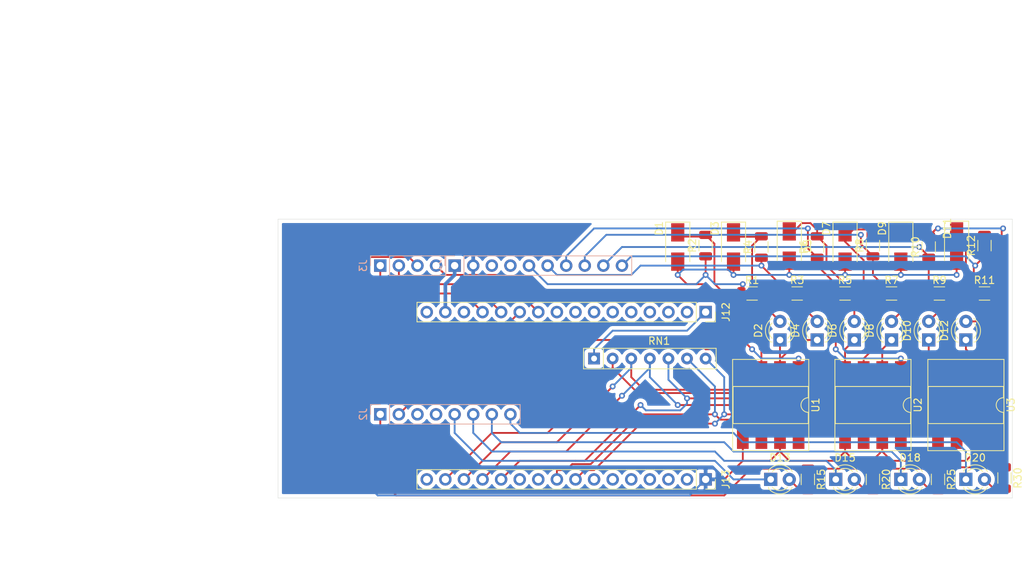
<source format=kicad_pcb>
(kicad_pcb (version 20171130) (host pcbnew "(5.1.10)-1")
  (layers (0 F.Cu signal) (31 B.Cu signal hide) (34 B.Paste user) (35 F.Paste user) (36 B.SilkS user) (37 F.SilkS user) (38 B.Mask user) (39 F.Mask user) (44 Edge.Cuts user))
  (net 0 "")
  (net 1 GND1)
  (net 2 "Net-(D1-Pad1)")
  (net 3 "Net-(D3-Pad1)")
  (net 4 "Net-(D5-Pad1)")
  (net 5 "Net-(D7-Pad1)")
  (net 6 "Net-(D10-Pad2)")
  (net 7 "Net-(D11-Pad1)")
  (net 8 "Net-(D13-Pad1)")
  (net 9 "Net-(D13-Pad2)")
  (net 10 +24V)
  (net 11 "Net-(D15-Pad2)")
  (net 12 "Net-(D15-Pad1)")
  (net 13 "Net-(D18-Pad2)")
  (net 14 "Net-(D20-Pad2)")
  (net 15 +5V)
  (net 16 "Net-(J1-Pad3)")
  (net 17 "Net-(J2-Pad3)")
  (net 18 "Net-(J12-Pad2)")
  (net 19 GND)
  (net 20 "Net-(J12-Pad4)")
  (net 21 "Net-(J12-Pad5)")
  (net 22 "Net-(J12-Pad6)")
  (net 23 "Net-(J12-Pad7)")
  (net 24 "Net-(J12-Pad9)")
  (net 25 "Net-(J12-Pad10)")
  (net 26 "Net-(J12-Pad11)")
  (net 27 "Net-(J12-Pad12)")
  (net 28 "Net-(J12-Pad14)")
  (net 29 "Net-(J13-Pad11)")
  (net 30 "Net-(J13-Pad10)")
  (net 31 "Net-(J13-Pad7)")
  (net 32 "Net-(J13-Pad6)")
  (net 33 +3V3)
  (net 34 "Net-(J13-Pad4)")
  (net 35 "Net-(D18-Pad1)")
  (net 36 "Net-(D20-Pad1)")
  (net 37 "Net-(J1-Pad5)")
  (net 38 "Net-(J1-Pad6)")
  (net 39 "Net-(J1-Pad7)")
  (net 40 "Net-(J1-Pad8)")
  (net 41 "Net-(J1-Pad9)")
  (net 42 "Net-(J1-Pad10)")
  (net 43 "Net-(J1-Pad4)")
  (net 44 "Net-(J2-Pad4)")
  (net 45 "Net-(D2-Pad2)")
  (net 46 "Net-(D4-Pad2)")
  (net 47 "Net-(D6-Pad2)")
  (net 48 "Net-(D8-Pad2)")
  (net 49 "Net-(D9-Pad1)")
  (net 50 "Net-(D12-Pad2)")
  (net 51 "Net-(J12-Pad13)")
  (net 52 "Net-(J12-Pad8)")
  (net 53 "Net-(J12-Pad3)")
  (net 54 "Net-(J13-Pad2)")
  (net 55 "Net-(J13-Pad3)")
  (net 56 "Net-(J13-Pad5)")
  (net 57 IO18)
  (net 58 IO5)
  (net 59 IO4)
  (net 60 IO0)
  (net 61 IO2)
  (net 62 IO15)
  (net 63 "Net-(J13-Pad16)")
  (net 64 "Net-(J12-Pad16)")
  (module Connector_PinSocket_2.54mm:PinSocket_1x16_P2.54mm_Vertical (layer F.Cu) (at 153.67 83.82 270)
    (fp_text reference J13 (at 0 -2.77 90) (layer F.SilkS))
    (fp_text value Conn_01x20_Female)
    (pad 16 thru_hole oval (at 0 38.1 270) (size 1.7 1.7) (drill 1) (layers *.Cu *.Mask) (net 63 "Net-(J13-Pad16)"))
    (pad 15 thru_hole oval (at 0 35.56 270) (size 1.7 1.7) (drill 1) (layers *.Cu *.Mask) (net 62 IO15))
    (pad 14 thru_hole oval (at 0 33.02 270) (size 1.7 1.7) (drill 1) (layers *.Cu *.Mask) (net 61 IO2))
    (pad 13 thru_hole oval (at 0 30.48 270) (size 1.7 1.7) (drill 1) (layers *.Cu *.Mask) (net 60 IO0))
    (pad 12 thru_hole oval (at 0 27.94 270) (size 1.7 1.7) (drill 1) (layers *.Cu *.Mask) (net 59 IO4))
    (pad 11 thru_hole oval (at 0 25.4 270) (size 1.7 1.7) (drill 1) (layers *.Cu *.Mask) (net 29 "Net-(J13-Pad11)"))
    (pad 10 thru_hole oval (at 0 22.86 270) (size 1.7 1.7) (drill 1) (layers *.Cu *.Mask) (net 30 "Net-(J13-Pad10)"))
    (pad 9 thru_hole oval (at 0 20.32 270) (size 1.7 1.7) (drill 1) (layers *.Cu *.Mask) (net 58 IO5))
    (pad 8 thru_hole oval (at 0 17.78 270) (size 1.7 1.7) (drill 1) (layers *.Cu *.Mask) (net 57 IO18))
    (pad 7 thru_hole oval (at 0 15.24 270) (size 1.7 1.7) (drill 1) (layers *.Cu *.Mask) (net 31 "Net-(J13-Pad7)"))
    (pad 6 thru_hole oval (at 0 12.7 270) (size 1.7 1.7) (drill 1) (layers *.Cu *.Mask) (net 32 "Net-(J13-Pad6)"))
    (pad 5 thru_hole oval (at 0 10.16 270) (size 1.7 1.7) (drill 1) (layers *.Cu *.Mask) (net 56 "Net-(J13-Pad5)"))
    (pad 4 thru_hole oval (at 0 7.62 270) (size 1.7 1.7) (drill 1) (layers *.Cu *.Mask) (net 34 "Net-(J13-Pad4)"))
    (pad 3 thru_hole oval (at 0 5.08 270) (size 1.7 1.7) (drill 1) (layers *.Cu *.Mask) (net 55 "Net-(J13-Pad3)"))
    (pad 2 thru_hole oval (at 0 2.54 270) (size 1.7 1.7) (drill 1) (layers *.Cu *.Mask) (net 54 "Net-(J13-Pad2)"))
    (pad 1 thru_hole rect (at 0 0 270) (size 1.7 1.7) (drill 1) (layers *.Cu *.Mask) (net 19 GND))
  )
  (module Connector_PinSocket_2.54mm:PinSocket_1x16_P2.54mm_Vertical (layer F.Cu) (at 153.67 60.96 270)
    (fp_text reference J12 (at 0 -2.77 90) (layer F.SilkS))
    (fp_text value Conn_01x16_Female)
    (pad 16 thru_hole oval (at 0 38.1 270) (size 1.7 1.7) (drill 1) (layers *.Cu *.Mask) (net 64 "Net-(J12-Pad16)"))
    (pad 15 thru_hole oval (at 0 35.56 270) (size 1.7 1.7) (drill 1) (layers *.Cu *.Mask) (net 15 +5V))
    (pad 14 thru_hole oval (at 0 33.02 270) (size 1.7 1.7) (drill 1) (layers *.Cu *.Mask) (net 28 "Net-(J12-Pad14)"))
    (pad 13 thru_hole oval (at 0 30.48 270) (size 1.7 1.7) (drill 1) (layers *.Cu *.Mask) (net 51 "Net-(J12-Pad13)"))
    (pad 12 thru_hole oval (at 0 27.94 270) (size 1.7 1.7) (drill 1) (layers *.Cu *.Mask) (net 27 "Net-(J12-Pad12)"))
    (pad 11 thru_hole oval (at 0 25.4 270) (size 1.7 1.7) (drill 1) (layers *.Cu *.Mask) (net 26 "Net-(J12-Pad11)"))
    (pad 10 thru_hole oval (at 0 22.86 270) (size 1.7 1.7) (drill 1) (layers *.Cu *.Mask) (net 25 "Net-(J12-Pad10)"))
    (pad 9 thru_hole oval (at 0 20.32 270) (size 1.7 1.7) (drill 1) (layers *.Cu *.Mask) (net 24 "Net-(J12-Pad9)"))
    (pad 8 thru_hole oval (at 0 17.78 270) (size 1.7 1.7) (drill 1) (layers *.Cu *.Mask) (net 52 "Net-(J12-Pad8)"))
    (pad 7 thru_hole oval (at 0 15.24 270) (size 1.7 1.7) (drill 1) (layers *.Cu *.Mask) (net 23 "Net-(J12-Pad7)"))
    (pad 6 thru_hole oval (at 0 12.7 270) (size 1.7 1.7) (drill 1) (layers *.Cu *.Mask) (net 22 "Net-(J12-Pad6)"))
    (pad 5 thru_hole oval (at 0 10.16 270) (size 1.7 1.7) (drill 1) (layers *.Cu *.Mask) (net 21 "Net-(J12-Pad5)"))
    (pad 4 thru_hole oval (at 0 7.62 270) (size 1.7 1.7) (drill 1) (layers *.Cu *.Mask) (net 20 "Net-(J12-Pad4)"))
    (pad 3 thru_hole oval (at 0 5.08 270) (size 1.7 1.7) (drill 1) (layers *.Cu *.Mask) (net 53 "Net-(J12-Pad3)"))
    (pad 2 thru_hole oval (at 0 2.54 270) (size 1.7 1.7) (drill 1) (layers *.Cu *.Mask) (net 18 "Net-(J12-Pad2)"))
    (pad 1 thru_hole rect (at 0 0 270) (size 1.7 1.7) (drill 1) (layers *.Cu *.Mask) (net 33 +3V3))
  )
  (module Connector_PinHeader_2.54mm:PinHeader_1x04_P2.54mm_Vertical (layer B.Cu) (at 109.22 54.61 270)
    (fp_text reference J3 (at 0 2.33 90) (layer B.SilkS) (effects (justify mirror)))
    (fp_text value Conn_01x04_Male)
    (pad 4 thru_hole oval (at 0 -7.62 270) (size 1.7 1.7) (drill 1) (layers *.Cu *.Mask) (net 25 "Net-(J12-Pad10)"))
    (pad 3 thru_hole oval (at 0 -5.08 270) (size 1.7 1.7) (drill 1) (layers *.Cu *.Mask) (net 26 "Net-(J12-Pad11)"))
    (pad 2 thru_hole oval (at 0 -2.54 270) (size 1.7 1.7) (drill 1) (layers *.Cu *.Mask) (net 27 "Net-(J12-Pad12)"))
    (pad 1 thru_hole rect (at 0 0 270) (size 1.7 1.7) (drill 1) (layers *.Cu *.Mask) (net 51 "Net-(J12-Pad13)"))
  )
  (module Connector_PinHeader_2.54mm:PinHeader_1x08_P2.54mm_Vertical (layer B.Cu) (at 109.22 74.93 270)
    (fp_text reference J2 (at 0 2.33 90) (layer B.SilkS) (effects (justify mirror)))
    (fp_text value Conn_01x08_Male)
    (pad 8 thru_hole oval (at 0 -17.78 270) (size 1.7 1.7) (drill 1) (layers *.Cu *.Mask) (net 36 "Net-(D20-Pad1)"))
    (pad 7 thru_hole oval (at 0 -15.24 270) (size 1.7 1.7) (drill 1) (layers *.Cu *.Mask) (net 35 "Net-(D18-Pad1)"))
    (pad 6 thru_hole oval (at 0 -12.7 270) (size 1.7 1.7) (drill 1) (layers *.Cu *.Mask) (net 12 "Net-(D15-Pad1)"))
    (pad 5 thru_hole oval (at 0 -10.16 270) (size 1.7 1.7) (drill 1) (layers *.Cu *.Mask) (net 8 "Net-(D13-Pad1)"))
    (pad 4 thru_hole oval (at 0 -7.62 270) (size 1.7 1.7) (drill 1) (layers *.Cu *.Mask) (net 44 "Net-(J2-Pad4)"))
    (pad 3 thru_hole oval (at 0 -5.08 270) (size 1.7 1.7) (drill 1) (layers *.Cu *.Mask) (net 17 "Net-(J2-Pad3)"))
    (pad 2 thru_hole oval (at 0 -2.54 270) (size 1.7 1.7) (drill 1) (layers *.Cu *.Mask) (net 1 GND1))
    (pad 1 thru_hole rect (at 0 0 270) (size 1.7 1.7) (drill 1) (layers *.Cu *.Mask) (net 10 +24V))
  )
  (module Resistor_SMD:R_1206_3216Metric (layer F.Cu) (at 191.77 58.42)
    (fp_text reference R11 (at 0 -1.82) (layer F.SilkS))
    (fp_text value 10k)
    (pad 2 smd roundrect (at 1.4625 0) (size 1.125 1.75) (layers F.Cu F.Paste F.Mask) (roundrect_rratio 0.222222) (net 50 "Net-(D12-Pad2)"))
    (pad 1 smd roundrect (at -1.4625 0) (size 1.125 1.75) (layers F.Cu F.Paste F.Mask) (roundrect_rratio 0.222222) (net 42 "Net-(J1-Pad10)"))
  )
  (module Resistor_SMD:R_1206_3216Metric (layer F.Cu) (at 185.6125 58.42)
    (fp_text reference R9 (at 0 -1.82) (layer F.SilkS))
    (fp_text value 10k)
    (pad 2 smd roundrect (at 1.4625 0) (size 1.125 1.75) (layers F.Cu F.Paste F.Mask) (roundrect_rratio 0.222222) (net 6 "Net-(D10-Pad2)"))
    (pad 1 smd roundrect (at -1.4625 0) (size 1.125 1.75) (layers F.Cu F.Paste F.Mask) (roundrect_rratio 0.222222) (net 41 "Net-(J1-Pad9)"))
  )
  (module Resistor_SMD:R_1206_3216Metric (layer F.Cu) (at 179.07 58.42)
    (fp_text reference R7 (at 0 -1.82) (layer F.SilkS))
    (fp_text value 10k)
    (pad 2 smd roundrect (at 1.4625 0) (size 1.125 1.75) (layers F.Cu F.Paste F.Mask) (roundrect_rratio 0.222222) (net 48 "Net-(D8-Pad2)"))
    (pad 1 smd roundrect (at -1.4625 0) (size 1.125 1.75) (layers F.Cu F.Paste F.Mask) (roundrect_rratio 0.222222) (net 40 "Net-(J1-Pad8)"))
  )
  (module Resistor_SMD:R_1206_3216Metric (layer F.Cu) (at 172.72 58.42)
    (fp_text reference R5 (at 0 -1.82) (layer F.SilkS))
    (fp_text value 10k)
    (pad 2 smd roundrect (at 1.4625 0) (size 1.125 1.75) (layers F.Cu F.Paste F.Mask) (roundrect_rratio 0.222222) (net 47 "Net-(D6-Pad2)"))
    (pad 1 smd roundrect (at -1.4625 0) (size 1.125 1.75) (layers F.Cu F.Paste F.Mask) (roundrect_rratio 0.222222) (net 39 "Net-(J1-Pad7)"))
  )
  (module Resistor_SMD:R_1206_3216Metric (layer F.Cu) (at 166.1775 58.42)
    (fp_text reference R3 (at 0 -1.82) (layer F.SilkS))
    (fp_text value 10k)
    (pad 2 smd roundrect (at 1.4625 0) (size 1.125 1.75) (layers F.Cu F.Paste F.Mask) (roundrect_rratio 0.222222) (net 46 "Net-(D4-Pad2)"))
    (pad 1 smd roundrect (at -1.4625 0) (size 1.125 1.75) (layers F.Cu F.Paste F.Mask) (roundrect_rratio 0.222222) (net 38 "Net-(J1-Pad6)"))
  )
  (module Resistor_SMD:R_1206_3216Metric (layer F.Cu) (at 160.02 58.42)
    (fp_text reference R1 (at 0 -1.82) (layer F.SilkS))
    (fp_text value 10k)
    (pad 2 smd roundrect (at 1.4625 0) (size 1.125 1.75) (layers F.Cu F.Paste F.Mask) (roundrect_rratio 0.222222) (net 45 "Net-(D2-Pad2)"))
    (pad 1 smd roundrect (at -1.4625 0) (size 1.125 1.75) (layers F.Cu F.Paste F.Mask) (roundrect_rratio 0.222222) (net 37 "Net-(J1-Pad5)"))
  )
  (module Package_DIP:DIP-8_W8.89mm_SMDSocket_LongPads (layer F.Cu) (at 189.23 73.66 270)
    (fp_text reference U3 (at 0 -6.14 90) (layer F.SilkS))
    (fp_text value LTV-827)
    (pad 8 smd rect (at 4.445 -3.81 270) (size 3.1 1.6) (layers F.Cu F.Paste F.Mask) (net 61 IO2))
    (pad 4 smd rect (at -4.445 3.81 270) (size 3.1 1.6) (layers F.Cu F.Paste F.Mask) (net 1 GND1))
    (pad 7 smd rect (at 4.445 -1.27 270) (size 3.1 1.6) (layers F.Cu F.Paste F.Mask) (net 19 GND))
    (pad 3 smd rect (at -4.445 1.27 270) (size 3.1 1.6) (layers F.Cu F.Paste F.Mask) (net 7 "Net-(D11-Pad1)"))
    (pad 6 smd rect (at 4.445 1.27 270) (size 3.1 1.6) (layers F.Cu F.Paste F.Mask) (net 62 IO15))
    (pad 2 smd rect (at -4.445 -1.27 270) (size 3.1 1.6) (layers F.Cu F.Paste F.Mask) (net 1 GND1))
    (pad 5 smd rect (at 4.445 3.81 270) (size 3.1 1.6) (layers F.Cu F.Paste F.Mask) (net 19 GND))
    (pad 1 smd rect (at -4.445 -3.81 270) (size 3.1 1.6) (layers F.Cu F.Paste F.Mask) (net 49 "Net-(D9-Pad1)"))
  )
  (module Package_DIP:DIP-8_W8.89mm_SMDSocket_LongPads (layer F.Cu) (at 176.53 73.66 270)
    (fp_text reference U2 (at 0 -6.14 90) (layer F.SilkS))
    (fp_text value LTV-827)
    (pad 8 smd rect (at 4.445 -3.81 270) (size 3.1 1.6) (layers F.Cu F.Paste F.Mask) (net 59 IO4))
    (pad 4 smd rect (at -4.445 3.81 270) (size 3.1 1.6) (layers F.Cu F.Paste F.Mask) (net 1 GND1))
    (pad 7 smd rect (at 4.445 -1.27 270) (size 3.1 1.6) (layers F.Cu F.Paste F.Mask) (net 19 GND))
    (pad 3 smd rect (at -4.445 1.27 270) (size 3.1 1.6) (layers F.Cu F.Paste F.Mask) (net 5 "Net-(D7-Pad1)"))
    (pad 6 smd rect (at 4.445 1.27 270) (size 3.1 1.6) (layers F.Cu F.Paste F.Mask) (net 60 IO0))
    (pad 2 smd rect (at -4.445 -1.27 270) (size 3.1 1.6) (layers F.Cu F.Paste F.Mask) (net 1 GND1))
    (pad 5 smd rect (at 4.445 3.81 270) (size 3.1 1.6) (layers F.Cu F.Paste F.Mask) (net 19 GND))
    (pad 1 smd rect (at -4.445 -3.81 270) (size 3.1 1.6) (layers F.Cu F.Paste F.Mask) (net 4 "Net-(D5-Pad1)"))
  )
  (module Package_DIP:DIP-8_W8.89mm_SMDSocket_LongPads (layer F.Cu) (at 162.56 73.66 270)
    (fp_text reference U1 (at 0 -6.14 90) (layer F.SilkS))
    (fp_text value LTV-827)
    (pad 8 smd rect (at 4.445 -3.81 270) (size 3.1 1.6) (layers F.Cu F.Paste F.Mask) (net 57 IO18))
    (pad 4 smd rect (at -4.445 3.81 270) (size 3.1 1.6) (layers F.Cu F.Paste F.Mask) (net 1 GND1))
    (pad 7 smd rect (at 4.445 -1.27 270) (size 3.1 1.6) (layers F.Cu F.Paste F.Mask) (net 19 GND))
    (pad 3 smd rect (at -4.445 1.27 270) (size 3.1 1.6) (layers F.Cu F.Paste F.Mask) (net 3 "Net-(D3-Pad1)"))
    (pad 6 smd rect (at 4.445 1.27 270) (size 3.1 1.6) (layers F.Cu F.Paste F.Mask) (net 58 IO5))
    (pad 2 smd rect (at -4.445 -1.27 270) (size 3.1 1.6) (layers F.Cu F.Paste F.Mask) (net 1 GND1))
    (pad 5 smd rect (at 4.445 3.81 270) (size 3.1 1.6) (layers F.Cu F.Paste F.Mask) (net 19 GND))
    (pad 1 smd rect (at -4.445 -3.81 270) (size 3.1 1.6) (layers F.Cu F.Paste F.Mask) (net 2 "Net-(D1-Pad1)"))
  )
  (module LED_THT:LED_D3.0mm (layer F.Cu) (at 189.23 83.82)
    (fp_text reference D20 (at 1.27 -2.96) (layer F.SilkS))
    (fp_text value LED)
    (pad 2 thru_hole circle (at 2.54 0) (size 1.8 1.8) (drill 0.9) (layers *.Cu *.Mask) (net 14 "Net-(D20-Pad2)"))
    (pad 1 thru_hole rect (at 0 0) (size 1.8 1.8) (drill 0.9) (layers *.Cu *.Mask) (net 36 "Net-(D20-Pad1)"))
  )
  (module LED_THT:LED_D3.0mm (layer F.Cu) (at 180.34 83.82)
    (fp_text reference D18 (at 1.27 -2.96) (layer F.SilkS))
    (fp_text value LED)
    (pad 2 thru_hole circle (at 2.54 0) (size 1.8 1.8) (drill 0.9) (layers *.Cu *.Mask) (net 13 "Net-(D18-Pad2)"))
    (pad 1 thru_hole rect (at 0 0) (size 1.8 1.8) (drill 0.9) (layers *.Cu *.Mask) (net 35 "Net-(D18-Pad1)"))
  )
  (module LED_THT:LED_D3.0mm (layer F.Cu) (at 171.45 83.82)
    (fp_text reference D15 (at 1.27 -2.96) (layer F.SilkS))
    (fp_text value LED)
    (pad 2 thru_hole circle (at 2.54 0) (size 1.8 1.8) (drill 0.9) (layers *.Cu *.Mask) (net 11 "Net-(D15-Pad2)"))
    (pad 1 thru_hole rect (at 0 0) (size 1.8 1.8) (drill 0.9) (layers *.Cu *.Mask) (net 12 "Net-(D15-Pad1)"))
  )
  (module LED_THT:LED_D3.0mm (layer F.Cu) (at 162.56 83.82)
    (fp_text reference D13 (at 1.27 -2.96) (layer F.SilkS))
    (fp_text value LED)
    (pad 2 thru_hole circle (at 2.54 0) (size 1.8 1.8) (drill 0.9) (layers *.Cu *.Mask) (net 9 "Net-(D13-Pad2)"))
    (pad 1 thru_hole rect (at 0 0) (size 1.8 1.8) (drill 0.9) (layers *.Cu *.Mask) (net 8 "Net-(D13-Pad1)"))
  )
  (module LED_THT:LED_D3.0mm (layer F.Cu) (at 189.23 64.77 90)
    (fp_text reference D12 (at 1.27 -2.96 90) (layer F.SilkS))
    (fp_text value LED)
    (pad 2 thru_hole circle (at 2.54 0 90) (size 1.8 1.8) (drill 0.9) (layers *.Cu *.Mask) (net 50 "Net-(D12-Pad2)"))
    (pad 1 thru_hole rect (at 0 0 90) (size 1.8 1.8) (drill 0.9) (layers *.Cu *.Mask) (net 1 GND1))
  )
  (module LED_THT:LED_D3.0mm (layer F.Cu) (at 184.15 64.77 90)
    (fp_text reference D10 (at 1.27 -2.96 90) (layer F.SilkS))
    (fp_text value LED)
    (pad 2 thru_hole circle (at 2.54 0 90) (size 1.8 1.8) (drill 0.9) (layers *.Cu *.Mask) (net 6 "Net-(D10-Pad2)"))
    (pad 1 thru_hole rect (at 0 0 90) (size 1.8 1.8) (drill 0.9) (layers *.Cu *.Mask) (net 1 GND1))
  )
  (module LED_THT:LED_D3.0mm (layer F.Cu) (at 179.07 64.77 90)
    (fp_text reference D8 (at 1.27 -2.96 90) (layer F.SilkS))
    (fp_text value LED)
    (pad 2 thru_hole circle (at 2.54 0 90) (size 1.8 1.8) (drill 0.9) (layers *.Cu *.Mask) (net 48 "Net-(D8-Pad2)"))
    (pad 1 thru_hole rect (at 0 0 90) (size 1.8 1.8) (drill 0.9) (layers *.Cu *.Mask) (net 1 GND1))
  )
  (module LED_THT:LED_D3.0mm (layer F.Cu) (at 173.99 64.77 90)
    (fp_text reference D6 (at 1.27 -2.96 90) (layer F.SilkS))
    (fp_text value LED)
    (pad 2 thru_hole circle (at 2.54 0 90) (size 1.8 1.8) (drill 0.9) (layers *.Cu *.Mask) (net 47 "Net-(D6-Pad2)"))
    (pad 1 thru_hole rect (at 0 0 90) (size 1.8 1.8) (drill 0.9) (layers *.Cu *.Mask) (net 1 GND1))
  )
  (module LED_THT:LED_D3.0mm (layer F.Cu) (at 168.91 64.77 90)
    (fp_text reference D4 (at 1.27 -2.96 90) (layer F.SilkS))
    (fp_text value LED)
    (pad 2 thru_hole circle (at 2.54 0 90) (size 1.8 1.8) (drill 0.9) (layers *.Cu *.Mask) (net 46 "Net-(D4-Pad2)"))
    (pad 1 thru_hole rect (at 0 0 90) (size 1.8 1.8) (drill 0.9) (layers *.Cu *.Mask) (net 1 GND1))
  )
  (module LED_THT:LED_D3.0mm (layer F.Cu) (at 163.83 64.77 90)
    (fp_text reference D2 (at 1.27 -2.96 90) (layer F.SilkS))
    (fp_text value LED)
    (pad 2 thru_hole circle (at 2.54 0 90) (size 1.8 1.8) (drill 0.9) (layers *.Cu *.Mask) (net 45 "Net-(D2-Pad2)"))
    (pad 1 thru_hole rect (at 0 0 90) (size 1.8 1.8) (drill 0.9) (layers *.Cu *.Mask) (net 1 GND1))
  )
  (module Connector_PinHeader_2.54mm:PinHeader_1x10_P2.54mm_Vertical (layer B.Cu) (at 119.38 54.61 270)
    (fp_text reference J1 (at 0 2.33 270) (layer B.SilkS) (effects (justify mirror)))
    (fp_text value Conn_01x10_Male)
    (pad 10 thru_hole oval (at 0 -22.86 270) (size 1.7 1.7) (drill 1) (layers *.Cu *.Mask) (net 42 "Net-(J1-Pad10)"))
    (pad 9 thru_hole oval (at 0 -20.32 270) (size 1.7 1.7) (drill 1) (layers *.Cu *.Mask) (net 41 "Net-(J1-Pad9)"))
    (pad 8 thru_hole oval (at 0 -17.78 270) (size 1.7 1.7) (drill 1) (layers *.Cu *.Mask) (net 40 "Net-(J1-Pad8)"))
    (pad 7 thru_hole oval (at 0 -15.24 270) (size 1.7 1.7) (drill 1) (layers *.Cu *.Mask) (net 39 "Net-(J1-Pad7)"))
    (pad 6 thru_hole oval (at 0 -12.7 270) (size 1.7 1.7) (drill 1) (layers *.Cu *.Mask) (net 38 "Net-(J1-Pad6)"))
    (pad 5 thru_hole oval (at 0 -10.16 270) (size 1.7 1.7) (drill 1) (layers *.Cu *.Mask) (net 37 "Net-(J1-Pad5)"))
    (pad 4 thru_hole oval (at 0 -7.62 270) (size 1.7 1.7) (drill 1) (layers *.Cu *.Mask) (net 43 "Net-(J1-Pad4)"))
    (pad 3 thru_hole oval (at 0 -5.08 270) (size 1.7 1.7) (drill 1) (layers *.Cu *.Mask) (net 16 "Net-(J1-Pad3)"))
    (pad 2 thru_hole oval (at 0 -2.54 270) (size 1.7 1.7) (drill 1) (layers *.Cu *.Mask) (net 19 GND))
    (pad 1 thru_hole rect (at 0 0 270) (size 1.7 1.7) (drill 1) (layers *.Cu *.Mask) (net 15 +5V))
  )
  (module Resistor_SMD:R_1206_3216Metric (layer F.Cu) (at 194.5025 83.6275 270)
    (fp_text reference R30 (at 0 -1.82 90) (layer F.SilkS))
    (fp_text value 10k)
    (pad 2 smd roundrect (at 1.4625 0 270) (size 1.125 1.75) (layers F.Cu F.Paste F.Mask) (roundrect_rratio 0.222222) (net 14 "Net-(D20-Pad2)"))
    (pad 1 smd roundrect (at -1.4625 0 270) (size 1.125 1.75) (layers F.Cu F.Paste F.Mask) (roundrect_rratio 0.222222) (net 10 +24V))
  )
  (module Resistor_SMD:R_1206_3216Metric (layer F.Cu) (at 185.42 83.82 270)
    (fp_text reference R25 (at 0 -1.82 90) (layer F.SilkS))
    (fp_text value 10k)
    (pad 2 smd roundrect (at 1.4625 0 270) (size 1.125 1.75) (layers F.Cu F.Paste F.Mask) (roundrect_rratio 0.222222) (net 13 "Net-(D18-Pad2)"))
    (pad 1 smd roundrect (at -1.4625 0 270) (size 1.125 1.75) (layers F.Cu F.Paste F.Mask) (roundrect_rratio 0.222222) (net 10 +24V))
  )
  (module Resistor_SMD:R_1206_3216Metric (layer F.Cu) (at 176.53 83.82 270)
    (fp_text reference R20 (at 0 -1.82 90) (layer F.SilkS))
    (fp_text value 10k)
    (pad 2 smd roundrect (at 1.4625 0 270) (size 1.125 1.75) (layers F.Cu F.Paste F.Mask) (roundrect_rratio 0.222222) (net 11 "Net-(D15-Pad2)"))
    (pad 1 smd roundrect (at -1.4625 0 270) (size 1.125 1.75) (layers F.Cu F.Paste F.Mask) (roundrect_rratio 0.222222) (net 10 +24V))
  )
  (module Resistor_SMD:R_1206_3216Metric (layer F.Cu) (at 167.64 83.82 270)
    (fp_text reference R15 (at 0 -1.82 90) (layer F.SilkS))
    (fp_text value 10k)
    (pad 2 smd roundrect (at 1.4625 0 270) (size 1.125 1.75) (layers F.Cu F.Paste F.Mask) (roundrect_rratio 0.222222) (net 9 "Net-(D13-Pad2)"))
    (pad 1 smd roundrect (at -1.4625 0 270) (size 1.125 1.75) (layers F.Cu F.Paste F.Mask) (roundrect_rratio 0.222222) (net 10 +24V))
  )
  (module Resistor_SMD:R_1206_3216Metric (layer F.Cu) (at 191.77 51.8775 90)
    (fp_text reference R12 (at 0 -1.82 90) (layer F.SilkS))
    (fp_text value 10k)
    (pad 2 smd roundrect (at 1.4625 0 90) (size 1.125 1.75) (layers F.Cu F.Paste F.Mask) (roundrect_rratio 0.222222) (net 7 "Net-(D11-Pad1)"))
    (pad 1 smd roundrect (at -1.4625 0 90) (size 1.125 1.75) (layers F.Cu F.Paste F.Mask) (roundrect_rratio 0.222222) (net 42 "Net-(J1-Pad10)"))
  )
  (module Resistor_SMD:R_1206_3216Metric (layer F.Cu) (at 184.15 52.07 90)
    (fp_text reference R10 (at 0 -1.82 90) (layer F.SilkS))
    (fp_text value 10k)
    (pad 2 smd roundrect (at 1.4625 0 90) (size 1.125 1.75) (layers F.Cu F.Paste F.Mask) (roundrect_rratio 0.222222) (net 49 "Net-(D9-Pad1)"))
    (pad 1 smd roundrect (at -1.4625 0 90) (size 1.125 1.75) (layers F.Cu F.Paste F.Mask) (roundrect_rratio 0.222222) (net 41 "Net-(J1-Pad9)"))
  )
  (module Resistor_SMD:R_1206_3216Metric (layer F.Cu) (at 176.53 51.8775 90)
    (fp_text reference R8 (at 0 -1.82 90) (layer F.SilkS))
    (fp_text value 10k)
    (pad 2 smd roundrect (at 1.4625 0 90) (size 1.125 1.75) (layers F.Cu F.Paste F.Mask) (roundrect_rratio 0.222222) (net 5 "Net-(D7-Pad1)"))
    (pad 1 smd roundrect (at -1.4625 0 90) (size 1.125 1.75) (layers F.Cu F.Paste F.Mask) (roundrect_rratio 0.222222) (net 40 "Net-(J1-Pad8)"))
  )
  (module Resistor_SMD:R_1206_3216Metric (layer F.Cu) (at 168.91 52.07 90)
    (fp_text reference R6 (at 0 -1.82 90) (layer F.SilkS))
    (fp_text value 10k)
    (pad 2 smd roundrect (at 1.4625 0 90) (size 1.125 1.75) (layers F.Cu F.Paste F.Mask) (roundrect_rratio 0.222222) (net 4 "Net-(D5-Pad1)"))
    (pad 1 smd roundrect (at -1.4625 0 90) (size 1.125 1.75) (layers F.Cu F.Paste F.Mask) (roundrect_rratio 0.222222) (net 39 "Net-(J1-Pad7)"))
  )
  (module Resistor_SMD:R_1206_3216Metric (layer F.Cu) (at 161.29 52.07 90)
    (fp_text reference R4 (at 0 -1.82 90) (layer F.SilkS))
    (fp_text value 10k)
    (pad 2 smd roundrect (at 1.4625 0 90) (size 1.125 1.75) (layers F.Cu F.Paste F.Mask) (roundrect_rratio 0.222222) (net 3 "Net-(D3-Pad1)"))
    (pad 1 smd roundrect (at -1.4625 0 90) (size 1.125 1.75) (layers F.Cu F.Paste F.Mask) (roundrect_rratio 0.222222) (net 38 "Net-(J1-Pad6)"))
  )
  (module Resistor_SMD:R_1206_3216Metric (layer F.Cu) (at 153.67 51.8775 90)
    (fp_text reference R2 (at 0 -1.82 90) (layer F.SilkS))
    (fp_text value 10k)
    (pad 2 smd roundrect (at 1.4625 0 90) (size 1.125 1.75) (layers F.Cu F.Paste F.Mask) (roundrect_rratio 0.222222) (net 2 "Net-(D1-Pad1)"))
    (pad 1 smd roundrect (at -1.4625 0 90) (size 1.125 1.75) (layers F.Cu F.Paste F.Mask) (roundrect_rratio 0.222222) (net 37 "Net-(J1-Pad5)"))
  )
  (module Resistor_THT:R_Array_SIP7 (layer F.Cu) (at 138.43 67.31)
    (fp_text reference RN1 (at 8.89 -2.4) (layer F.SilkS))
    (fp_text value 10K)
    (pad 1 thru_hole rect (at 0 0) (size 1.6 1.6) (drill 0.8) (layers *.Cu *.Mask) (net 33 +3V3))
    (pad 2 thru_hole oval (at 2.54 0) (size 1.6 1.6) (drill 0.8) (layers *.Cu *.Mask) (net 62 IO15))
    (pad 3 thru_hole oval (at 5.08 0) (size 1.6 1.6) (drill 0.8) (layers *.Cu *.Mask) (net 61 IO2))
    (pad 4 thru_hole oval (at 7.62 0) (size 1.6 1.6) (drill 0.8) (layers *.Cu *.Mask) (net 60 IO0))
    (pad 5 thru_hole oval (at 10.16 0) (size 1.6 1.6) (drill 0.8) (layers *.Cu *.Mask) (net 59 IO4))
    (pad 6 thru_hole oval (at 12.7 0) (size 1.6 1.6) (drill 0.8) (layers *.Cu *.Mask) (net 58 IO5))
    (pad 7 thru_hole oval (at 15.24 0) (size 1.6 1.6) (drill 0.8) (layers *.Cu *.Mask) (net 57 IO18))
  )
  (module Diode_SMD:D_SMA (layer F.Cu) (at 149.86 52.07 270)
    (fp_text reference D1 (at -2.54 2.54 90) (layer F.SilkS))
    (fp_text value 1N4004)
    (pad 2 smd rect (at 2 0 270) (size 2.5 1.8) (layers F.Cu F.Paste F.Mask) (net 1 GND1))
    (pad 1 smd rect (at -2 0 270) (size 2.5 1.8) (layers F.Cu F.Paste F.Mask) (net 2 "Net-(D1-Pad1)"))
  )
  (module Diode_SMD:D_SMA (layer F.Cu) (at 157.48 52.07 270)
    (fp_text reference D3 (at -2.54 2.54 90) (layer F.SilkS))
    (fp_text value 1N4004)
    (pad 1 smd rect (at -2 0 270) (size 2.5 1.8) (layers F.Cu F.Paste F.Mask) (net 3 "Net-(D3-Pad1)"))
    (pad 2 smd rect (at 2 0 270) (size 2.5 1.8) (layers F.Cu F.Paste F.Mask) (net 1 GND1))
  )
  (module Diode_SMD:D_SMA (layer F.Cu) (at 165.1 51.94 270)
    (fp_text reference D5 (at 0 -2.5 90) (layer F.SilkS))
    (fp_text value 1N4004)
    (pad 2 smd rect (at 2 0 270) (size 2.5 1.8) (layers F.Cu F.Paste F.Mask) (net 1 GND1))
    (pad 1 smd rect (at -2 0 270) (size 2.5 1.8) (layers F.Cu F.Paste F.Mask) (net 4 "Net-(D5-Pad1)"))
  )
  (module Diode_SMD:D_SMA (layer F.Cu) (at 172.72 52.07 270)
    (fp_text reference D7 (at -2.54 2.54 90) (layer F.SilkS))
    (fp_text value 1N4004)
    (pad 1 smd rect (at -2 0 270) (size 2.5 1.8) (layers F.Cu F.Paste F.Mask) (net 5 "Net-(D7-Pad1)"))
    (pad 2 smd rect (at 2 0 270) (size 2.5 1.8) (layers F.Cu F.Paste F.Mask) (net 1 GND1))
  )
  (module Diode_SMD:D_SMA (layer F.Cu) (at 180.34 52.07 270)
    (fp_text reference D9 (at -2.54 2.54 90) (layer F.SilkS))
    (fp_text value 1N4004)
    (pad 1 smd rect (at -2 0 270) (size 2.5 1.8) (layers F.Cu F.Paste F.Mask) (net 49 "Net-(D9-Pad1)"))
    (pad 2 smd rect (at 2 0 270) (size 2.5 1.8) (layers F.Cu F.Paste F.Mask) (net 1 GND1))
  )
  (module Diode_SMD:D_SMA (layer F.Cu) (at 187.96 51.94 270)
    (fp_text reference D11 (at -2.41 1.27 90) (layer F.SilkS))
    (fp_text value 1N4004)
    (pad 2 smd rect (at 2 0 270) (size 2.5 1.8) (layers F.Cu F.Paste F.Mask) (net 1 GND1))
    (pad 1 smd rect (at -2 0 270) (size 2.5 1.8) (layers F.Cu F.Paste F.Mask) (net 7 "Net-(D11-Pad1)"))
  )
  (gr_line (start 189.23 48.26) (end 195.58 48.26) (layer Edge.Cuts) (width 0.05))
  (gr_line (start 95.25 86.36) (end 195.58 86.36) (layer Edge.Cuts) (width 0.05))
  (gr_line (start 95.25 86.36) (end 95.25 48.26) (layer Edge.Cuts) (width 0.05))
  (gr_line (start 195.58 48.26) (end 195.58 86.36) (layer Edge.Cuts) (width 0.05))
  (gr_line (start 95.25 48.26) (end 189.23 48.26) (layer Edge.Cuts) (width 0.05))
  (segment (start 177.8 69.215) (end 177.8 69.85) (width 0.25) (layer F.Cu) (net 1))
  (segment (start 163.83 69.215) (end 163.83 68.58) (width 0.25) (layer F.Cu) (net 1))
  (segment (start 149.86 53.495) (end 149.86 53.34) (width 0.25) (layer F.Cu) (net 1))
  (segment (start 157.48 53.34) (end 157.48 53.47) (width 0.25) (layer F.Cu) (net 1))
  (segment (start 172.72 53.47) (end 172.72 53.34) (width 0.25) (layer F.Cu) (net 1))
  (segment (start 180.34 53.47) (end 180.34 53.34) (width 0.25) (layer F.Cu) (net 1))
  (segment (start 158.75 69.215) (end 158.75 69.85) (width 0.25) (layer F.Cu) (net 1))
  (segment (start 158.75 69.85) (end 160.02 71.12) (width 0.25) (layer F.Cu) (net 1))
  (segment (start 163.725 71.12) (end 163.83 71.015) (width 0.25) (layer F.Cu) (net 1))
  (segment (start 160.02 71.12) (end 163.725 71.12) (width 0.25) (layer F.Cu) (net 1))
  (segment (start 163.83 69.215) (end 163.83 71.015) (width 0.25) (layer F.Cu) (net 1))
  (segment (start 163.83 69.215) (end 163.83 71.12) (width 0.25) (layer F.Cu) (net 1))
  (segment (start 163.83 71.12) (end 172.72 71.12) (width 0.25) (layer F.Cu) (net 1))
  (segment (start 172.72 69.215) (end 172.72 71.12) (width 0.25) (layer F.Cu) (net 1))
  (segment (start 172.72 71.12) (end 177.8 71.12) (width 0.25) (layer F.Cu) (net 1))
  (segment (start 177.8 69.215) (end 177.8 71.12) (width 0.25) (layer F.Cu) (net 1))
  (segment (start 177.8 71.12) (end 185.42 71.12) (width 0.25) (layer F.Cu) (net 1))
  (segment (start 185.42 69.215) (end 185.42 71.12) (width 0.25) (layer F.Cu) (net 1))
  (segment (start 185.42 71.12) (end 190.5 71.12) (width 0.25) (layer F.Cu) (net 1))
  (segment (start 190.5 71.12) (end 190.5 69.215) (width 0.25) (layer F.Cu) (net 1))
  (segment (start 111.76 74.93) (end 121.92 64.77) (width 0.25) (layer F.Cu) (net 1))
  (segment (start 121.92 64.77) (end 152.4 64.77) (width 0.25) (layer F.Cu) (net 1))
  (segment (start 152.4 64.77) (end 153.67 66.04) (width 0.25) (layer F.Cu) (net 1))
  (segment (start 153.67 66.04) (end 156.21 66.04) (width 0.25) (layer F.Cu) (net 1))
  (segment (start 156.21 66.04) (end 156.21 66.675) (width 0.25) (layer F.Cu) (net 1))
  (via (at 149.86 55.88) (size 0.8) (drill 0.4) (layers F.Cu B.Cu) (net 1))
  (segment (start 149.86 53.495) (end 149.86 55.88) (width 0.25) (layer F.Cu) (net 1))
  (via (at 157.48 55.88) (size 0.8) (drill 0.4) (layers F.Cu B.Cu) (net 1))
  (segment (start 156.754999 55.154999) (end 157.48 55.88) (width 0.25) (layer B.Cu) (net 1))
  (segment (start 150.585001 55.154999) (end 156.754999 55.154999) (width 0.25) (layer B.Cu) (net 1))
  (segment (start 149.86 55.88) (end 150.585001 55.154999) (width 0.25) (layer B.Cu) (net 1))
  (segment (start 157.48 55.88) (end 157.48 53.47) (width 0.25) (layer F.Cu) (net 1))
  (via (at 165.1 55.88) (size 0.8) (drill 0.4) (layers F.Cu B.Cu) (net 1))
  (segment (start 157.48 55.88) (end 165.1 55.88) (width 0.25) (layer B.Cu) (net 1))
  (segment (start 165.1 55.88) (end 165.1 53.34) (width 0.25) (layer F.Cu) (net 1))
  (via (at 172.72 55.88) (size 0.8) (drill 0.4) (layers F.Cu B.Cu) (net 1))
  (segment (start 165.1 55.88) (end 172.72 55.88) (width 0.25) (layer B.Cu) (net 1))
  (segment (start 172.72 55.88) (end 172.72 53.47) (width 0.25) (layer F.Cu) (net 1))
  (via (at 180.34 55.88) (size 0.8) (drill 0.4) (layers F.Cu B.Cu) (net 1))
  (segment (start 172.72 55.88) (end 180.34 55.88) (width 0.25) (layer B.Cu) (net 1))
  (segment (start 180.34 55.88) (end 180.34 53.47) (width 0.25) (layer F.Cu) (net 1))
  (via (at 187.96 55.88) (size 0.8) (drill 0.4) (layers F.Cu B.Cu) (net 1))
  (segment (start 180.34 55.88) (end 187.96 55.88) (width 0.25) (layer B.Cu) (net 1))
  (segment (start 187.96 55.88) (end 187.96 53.34) (width 0.25) (layer F.Cu) (net 1))
  (segment (start 185.42 69.215) (end 185.42 68.58) (width 0.25) (layer F.Cu) (net 1))
  (segment (start 184.15 67.31) (end 184.15 64.77) (width 0.25) (layer F.Cu) (net 1))
  (segment (start 185.42 68.58) (end 184.15 67.31) (width 0.25) (layer F.Cu) (net 1))
  (segment (start 190.5 69.215) (end 190.5 67.31) (width 0.25) (layer F.Cu) (net 1))
  (segment (start 189.23 66.04) (end 189.23 64.77) (width 0.25) (layer F.Cu) (net 1))
  (segment (start 190.5 67.31) (end 189.23 66.04) (width 0.25) (layer F.Cu) (net 1))
  (segment (start 177.8 66.04) (end 179.07 64.77) (width 0.25) (layer F.Cu) (net 1))
  (segment (start 177.8 69.215) (end 177.8 66.04) (width 0.25) (layer F.Cu) (net 1))
  (segment (start 172.72 66.04) (end 173.99 64.77) (width 0.25) (layer F.Cu) (net 1))
  (segment (start 172.72 69.215) (end 172.72 66.04) (width 0.25) (layer F.Cu) (net 1))
  (segment (start 166.475 64.77) (end 168.91 64.77) (width 0.25) (layer F.Cu) (net 1))
  (segment (start 163.83 67.415) (end 166.475 64.77) (width 0.25) (layer F.Cu) (net 1))
  (segment (start 163.83 69.215) (end 163.83 67.415) (width 0.25) (layer F.Cu) (net 1))
  (segment (start 163.83 69.215) (end 163.83 64.77) (width 0.25) (layer F.Cu) (net 1))
  (segment (start 158.75 69.215) (end 156.21 66.675) (width 0.25) (layer F.Cu) (net 1))
  (segment (start 158.75 69.215) (end 158.75 66.04) (width 0.25) (layer F.Cu) (net 1))
  (segment (start 158.75 66.04) (end 156.21 63.5) (width 0.25) (layer F.Cu) (net 1))
  (segment (start 156.21 63.5) (end 156.21 59.69) (width 0.25) (layer F.Cu) (net 1))
  (segment (start 156.21 59.69) (end 153.67 57.15) (width 0.25) (layer F.Cu) (net 1))
  (segment (start 151.13 57.15) (end 149.86 55.88) (width 0.25) (layer F.Cu) (net 1))
  (segment (start 153.67 57.15) (end 151.13 57.15) (width 0.25) (layer F.Cu) (net 1))
  (segment (start 149.86 50.645) (end 149.86 50.8) (width 0.25) (layer F.Cu) (net 2))
  (segment (start 153.44 50.645) (end 153.67 50.415) (width 0.25) (layer F.Cu) (net 2))
  (segment (start 149.86 50.645) (end 153.44 50.645) (width 0.25) (layer F.Cu) (net 2))
  (via (at 166.37 67.31) (size 0.8) (drill 0.4) (layers F.Cu B.Cu) (net 2))
  (segment (start 166.37 69.215) (end 166.37 67.31) (width 0.25) (layer F.Cu) (net 2))
  (via (at 160.02 66.04) (size 0.8) (drill 0.4) (layers F.Cu B.Cu) (net 2))
  (segment (start 161.29 67.31) (end 160.02 66.04) (width 0.25) (layer B.Cu) (net 2))
  (segment (start 166.37 67.31) (end 161.29 67.31) (width 0.25) (layer B.Cu) (net 2))
  (segment (start 160.02 66.04) (end 158.75 64.77) (width 0.25) (layer F.Cu) (net 2))
  (segment (start 158.75 64.77) (end 158.75 60.96) (width 0.25) (layer F.Cu) (net 2))
  (segment (start 154.87001 51.61501) (end 153.67 50.415) (width 0.25) (layer F.Cu) (net 2))
  (segment (start 154.87001 57.08001) (end 154.87001 51.61501) (width 0.25) (layer F.Cu) (net 2))
  (segment (start 158.75 60.96) (end 154.87001 57.08001) (width 0.25) (layer F.Cu) (net 2))
  (segment (start 161.29 69.215) (end 161.29 68.58) (width 0.25) (layer F.Cu) (net 3))
  (segment (start 161.2275 50.67) (end 161.29 50.6075) (width 0.25) (layer F.Cu) (net 3))
  (segment (start 157.48 50.67) (end 161.2275 50.67) (width 0.25) (layer F.Cu) (net 3))
  (segment (start 161.29 69.215) (end 161.29 62.23) (width 0.25) (layer F.Cu) (net 3))
  (segment (start 161.29 62.23) (end 160.02 60.96) (width 0.25) (layer F.Cu) (net 3))
  (segment (start 160.02 51.8775) (end 161.29 50.6075) (width 0.25) (layer F.Cu) (net 3))
  (segment (start 160.02 60.96) (end 160.02 51.8775) (width 0.25) (layer F.Cu) (net 3))
  (segment (start 168.8425 50.54) (end 168.91 50.6075) (width 0.25) (layer F.Cu) (net 4))
  (segment (start 168.91 49.726998) (end 168.91 50.6075) (width 0.25) (layer F.Cu) (net 4))
  (segment (start 167.988001 48.804999) (end 168.91 49.726998) (width 0.25) (layer F.Cu) (net 4))
  (segment (start 166.835001 48.804999) (end 167.988001 48.804999) (width 0.25) (layer F.Cu) (net 4))
  (segment (start 165.1 50.54) (end 166.835001 48.804999) (width 0.25) (layer F.Cu) (net 4))
  (via (at 180.34 67.31) (size 0.8) (drill 0.4) (layers F.Cu B.Cu) (net 4))
  (segment (start 180.34 69.215) (end 180.34 67.31) (width 0.25) (layer F.Cu) (net 4))
  (via (at 171.45 66.04) (size 0.8) (drill 0.4) (layers F.Cu B.Cu) (net 4))
  (segment (start 172.72 67.31) (end 171.45 66.04) (width 0.25) (layer B.Cu) (net 4))
  (segment (start 180.34 67.31) (end 172.72 67.31) (width 0.25) (layer B.Cu) (net 4))
  (segment (start 170.18 51.8775) (end 168.91 50.6075) (width 0.25) (layer F.Cu) (net 4))
  (segment (start 170.18 54.61) (end 170.18 51.8775) (width 0.25) (layer F.Cu) (net 4))
  (segment (start 172.72 57.15) (end 170.18 54.61) (width 0.25) (layer F.Cu) (net 4))
  (segment (start 172.72 59.69) (end 172.72 57.15) (width 0.25) (layer F.Cu) (net 4))
  (segment (start 171.45 60.96) (end 172.72 59.69) (width 0.25) (layer F.Cu) (net 4))
  (segment (start 171.45 66.04) (end 171.45 60.96) (width 0.25) (layer F.Cu) (net 4))
  (segment (start 176.275 50.67) (end 176.53 50.415) (width 0.25) (layer F.Cu) (net 5))
  (segment (start 172.72 50.67) (end 172.85 50.67) (width 0.25) (layer F.Cu) (net 5))
  (segment (start 175.789501 49.674501) (end 176.53 50.415) (width 0.25) (layer F.Cu) (net 5))
  (segment (start 173.845499 49.674501) (end 175.789501 49.674501) (width 0.25) (layer F.Cu) (net 5))
  (segment (start 172.85 50.67) (end 173.845499 49.674501) (width 0.25) (layer F.Cu) (net 5))
  (segment (start 172.72 51.334998) (end 172.72 50.07) (width 0.25) (layer F.Cu) (net 5))
  (segment (start 175.26 53.874998) (end 172.72 51.334998) (width 0.25) (layer F.Cu) (net 5))
  (segment (start 175.26 59.69) (end 175.26 53.874998) (width 0.25) (layer F.Cu) (net 5))
  (segment (start 176.53 60.96) (end 175.26 59.69) (width 0.25) (layer F.Cu) (net 5))
  (segment (start 176.53 66.04) (end 176.53 60.96) (width 0.25) (layer F.Cu) (net 5))
  (segment (start 175.26 67.31) (end 176.53 66.04) (width 0.25) (layer F.Cu) (net 5))
  (segment (start 175.26 69.215) (end 175.26 67.31) (width 0.25) (layer F.Cu) (net 5))
  (segment (start 187.075 59.305) (end 187.075 58.42) (width 0.25) (layer F.Cu) (net 6))
  (segment (start 184.15 62.23) (end 187.075 59.305) (width 0.25) (layer F.Cu) (net 6))
  (segment (start 191.645 50.54) (end 191.77 50.415) (width 0.25) (layer F.Cu) (net 7))
  (segment (start 187.96 50.54) (end 191.645 50.54) (width 0.25) (layer F.Cu) (net 7))
  (segment (start 187.96 69.215) (end 187.96 67.31) (width 0.25) (layer F.Cu) (net 7))
  (segment (start 187.96 67.31) (end 186.69 66.04) (width 0.25) (layer F.Cu) (net 7))
  (segment (start 186.69 66.04) (end 186.69 60.96) (width 0.25) (layer F.Cu) (net 7))
  (segment (start 186.69 60.96) (end 189.23 58.42) (width 0.25) (layer F.Cu) (net 7))
  (segment (start 189.23 51.81) (end 187.96 50.54) (width 0.25) (layer F.Cu) (net 7))
  (segment (start 189.23 58.42) (end 189.23 51.81) (width 0.25) (layer F.Cu) (net 7))
  (segment (start 119.38 77.47) (end 119.38 74.93) (width 0.25) (layer B.Cu) (net 8))
  (segment (start 123.19 81.28) (end 119.38 77.47) (width 0.25) (layer B.Cu) (net 8))
  (segment (start 154.94 81.28) (end 123.19 81.28) (width 0.25) (layer B.Cu) (net 8))
  (segment (start 157.48 83.82) (end 154.94 81.28) (width 0.25) (layer B.Cu) (net 8))
  (segment (start 162.56 83.82) (end 157.48 83.82) (width 0.25) (layer B.Cu) (net 8))
  (segment (start 166.5625 85.2825) (end 167.64 85.2825) (width 0.25) (layer F.Cu) (net 9))
  (segment (start 165.1 83.82) (end 166.5625 85.2825) (width 0.25) (layer F.Cu) (net 9))
  (segment (start 185.6125 82.165) (end 185.42 82.3575) (width 0.25) (layer F.Cu) (net 10))
  (segment (start 194.5025 82.165) (end 185.6125 82.165) (width 0.25) (layer F.Cu) (net 10))
  (segment (start 176.53 82.3575) (end 185.42 82.3575) (width 0.25) (layer F.Cu) (net 10))
  (segment (start 176.53 82.3575) (end 167.64 82.3575) (width 0.25) (layer F.Cu) (net 10))
  (segment (start 111.40999 86.00999) (end 109.22 83.82) (width 0.25) (layer F.Cu) (net 10))
  (segment (start 156.21 86.00999) (end 111.40999 86.00999) (width 0.25) (layer F.Cu) (net 10))
  (segment (start 159.86249 82.3575) (end 156.21 86.00999) (width 0.25) (layer F.Cu) (net 10))
  (segment (start 109.22 83.82) (end 109.22 74.93) (width 0.25) (layer F.Cu) (net 10))
  (segment (start 167.64 82.3575) (end 159.86249 82.3575) (width 0.25) (layer F.Cu) (net 10))
  (segment (start 175.4525 85.2825) (end 176.53 85.2825) (width 0.25) (layer F.Cu) (net 11))
  (segment (start 173.99 83.82) (end 175.4525 85.2825) (width 0.25) (layer F.Cu) (net 11))
  (segment (start 171.45 83.82) (end 171.45 82.55) (width 0.25) (layer B.Cu) (net 12))
  (segment (start 171.45 82.55) (end 170.18 81.28) (width 0.25) (layer B.Cu) (net 12))
  (segment (start 170.18 81.28) (end 156.21 81.28) (width 0.25) (layer B.Cu) (net 12))
  (segment (start 156.21 81.28) (end 154.94 80.01) (width 0.25) (layer B.Cu) (net 12))
  (segment (start 154.94 80.01) (end 124.46 80.01) (width 0.25) (layer B.Cu) (net 12))
  (segment (start 121.92 77.47) (end 121.92 74.93) (width 0.25) (layer B.Cu) (net 12))
  (segment (start 124.46 80.01) (end 121.92 77.47) (width 0.25) (layer B.Cu) (net 12))
  (segment (start 184.3425 85.2825) (end 185.42 85.2825) (width 0.25) (layer F.Cu) (net 13))
  (segment (start 182.88 83.82) (end 184.3425 85.2825) (width 0.25) (layer F.Cu) (net 13))
  (segment (start 191.77 83.82) (end 193.04 85.09) (width 0.25) (layer F.Cu) (net 14))
  (segment (start 193.04 85.09) (end 194.5025 85.09) (width 0.25) (layer F.Cu) (net 14))
  (segment (start 119.38 54.61) (end 119.38 55.88) (width 0.5) (layer B.Cu) (net 15))
  (segment (start 118.11 57.15) (end 118.11 60.96) (width 0.5) (layer B.Cu) (net 15))
  (segment (start 119.38 55.88) (end 118.11 57.15) (width 0.5) (layer B.Cu) (net 15))
  (segment (start 153.67 83.82) (end 156.21 83.82) (width 0.25) (layer F.Cu) (net 19))
  (segment (start 158.75 81.28) (end 158.75 78.105) (width 0.25) (layer F.Cu) (net 19))
  (segment (start 156.21 83.82) (end 158.75 81.28) (width 0.25) (layer F.Cu) (net 19))
  (segment (start 163.83 79.905) (end 163.83 78.105) (width 0.25) (layer F.Cu) (net 19))
  (segment (start 162.455 81.28) (end 163.83 79.905) (width 0.25) (layer F.Cu) (net 19))
  (segment (start 158.75 81.28) (end 162.455 81.28) (width 0.25) (layer F.Cu) (net 19))
  (segment (start 163.83 78.105) (end 163.83 80.01) (width 0.25) (layer F.Cu) (net 19))
  (segment (start 163.83 80.01) (end 165.1 81.28) (width 0.25) (layer F.Cu) (net 19))
  (segment (start 165.1 81.28) (end 171.45 81.28) (width 0.25) (layer F.Cu) (net 19))
  (segment (start 172.72 80.01) (end 172.72 78.105) (width 0.25) (layer F.Cu) (net 19))
  (segment (start 171.45 81.28) (end 172.72 80.01) (width 0.25) (layer F.Cu) (net 19))
  (segment (start 172.72 80.01) (end 173.99 81.28) (width 0.25) (layer F.Cu) (net 19))
  (segment (start 177.8 79.905) (end 177.8 78.105) (width 0.25) (layer F.Cu) (net 19))
  (segment (start 176.425 81.28) (end 177.8 79.905) (width 0.25) (layer F.Cu) (net 19))
  (segment (start 173.99 81.28) (end 176.425 81.28) (width 0.25) (layer F.Cu) (net 19))
  (segment (start 177.8 78.105) (end 177.8 80.01) (width 0.25) (layer F.Cu) (net 19))
  (segment (start 177.8 80.01) (end 179.07 81.28) (width 0.25) (layer F.Cu) (net 19))
  (segment (start 179.07 81.28) (end 184.15 81.28) (width 0.25) (layer F.Cu) (net 19))
  (segment (start 185.42 80.01) (end 185.42 78.105) (width 0.25) (layer F.Cu) (net 19))
  (segment (start 184.15 81.28) (end 185.42 80.01) (width 0.25) (layer F.Cu) (net 19))
  (segment (start 185.42 80.01) (end 186.69 81.28) (width 0.25) (layer F.Cu) (net 19))
  (segment (start 186.69 81.28) (end 189.23 81.28) (width 0.25) (layer F.Cu) (net 19))
  (segment (start 190.5 80.01) (end 190.5 78.105) (width 0.25) (layer F.Cu) (net 19))
  (segment (start 189.23 81.28) (end 190.5 80.01) (width 0.25) (layer F.Cu) (net 19))
  (segment (start 120.65 52.07) (end 106.68 52.07) (width 0.25) (layer B.Cu) (net 19))
  (segment (start 121.92 53.34) (end 120.65 52.07) (width 0.25) (layer B.Cu) (net 19))
  (segment (start 121.92 54.61) (end 121.92 53.34) (width 0.25) (layer B.Cu) (net 19))
  (segment (start 153.67 83.82) (end 151.48001 86.00999) (width 0.25) (layer B.Cu) (net 19))
  (segment (start 151.48001 86.00999) (end 108.86999 86.00999) (width 0.25) (layer B.Cu) (net 19))
  (segment (start 108.86999 86.00999) (end 105.41 82.55) (width 0.25) (layer B.Cu) (net 19))
  (segment (start 105.41 53.34) (end 106.68 52.07) (width 0.25) (layer B.Cu) (net 19))
  (segment (start 105.41 82.55) (end 105.41 53.34) (width 0.25) (layer B.Cu) (net 19))
  (segment (start 130.81 60.96) (end 125.73 55.88) (width 0.25) (layer F.Cu) (net 25))
  (segment (start 118.11 55.88) (end 116.84 54.61) (width 0.25) (layer F.Cu) (net 25))
  (segment (start 125.73 55.88) (end 118.11 55.88) (width 0.25) (layer F.Cu) (net 25))
  (segment (start 113.124999 53.434999) (end 114.3 54.61) (width 0.25) (layer F.Cu) (net 26))
  (segment (start 107.855001 53.434999) (end 113.124999 53.434999) (width 0.25) (layer F.Cu) (net 26))
  (segment (start 106.68 54.61) (end 107.855001 53.434999) (width 0.25) (layer F.Cu) (net 26))
  (segment (start 106.68 58.42) (end 106.68 54.61) (width 0.25) (layer F.Cu) (net 26))
  (segment (start 110.49 62.23) (end 106.68 58.42) (width 0.25) (layer F.Cu) (net 26))
  (segment (start 110.49 63.5) (end 110.49 62.23) (width 0.25) (layer F.Cu) (net 26))
  (segment (start 125.73 63.5) (end 110.49 63.5) (width 0.25) (layer F.Cu) (net 26))
  (segment (start 128.27 60.96) (end 125.73 63.5) (width 0.25) (layer F.Cu) (net 26))
  (segment (start 125.73 60.96) (end 121.92 57.15) (width 0.25) (layer F.Cu) (net 27))
  (segment (start 121.92 57.15) (end 113.03 57.15) (width 0.25) (layer F.Cu) (net 27))
  (segment (start 113.03 57.15) (end 111.76 55.88) (width 0.25) (layer F.Cu) (net 27))
  (segment (start 111.76 55.88) (end 111.76 54.61) (width 0.25) (layer F.Cu) (net 27))
  (segment (start 138.43 67.31) (end 138.43 66.04) (width 0.25) (layer B.Cu) (net 33))
  (segment (start 138.43 66.04) (end 140.97 63.5) (width 0.25) (layer B.Cu) (net 33))
  (segment (start 151.13 63.5) (end 153.67 60.96) (width 0.25) (layer B.Cu) (net 33))
  (segment (start 140.97 63.5) (end 151.13 63.5) (width 0.25) (layer B.Cu) (net 33))
  (segment (start 180.34 83.82) (end 180.34 81.28) (width 0.25) (layer B.Cu) (net 35))
  (segment (start 180.34 81.28) (end 179.07 80.01) (width 0.25) (layer B.Cu) (net 35))
  (segment (start 179.07 80.01) (end 157.48 80.01) (width 0.25) (layer B.Cu) (net 35))
  (segment (start 157.48 80.01) (end 156.21 78.74) (width 0.25) (layer B.Cu) (net 35))
  (segment (start 156.21 78.74) (end 125.73 78.74) (width 0.25) (layer B.Cu) (net 35))
  (segment (start 124.46 77.47) (end 124.46 74.93) (width 0.25) (layer B.Cu) (net 35))
  (segment (start 125.73 78.74) (end 124.46 77.47) (width 0.25) (layer B.Cu) (net 35))
  (segment (start 189.23 83.82) (end 189.23 80.01) (width 0.25) (layer B.Cu) (net 36))
  (segment (start 189.23 80.01) (end 187.96 78.74) (width 0.25) (layer B.Cu) (net 36))
  (segment (start 187.96 78.74) (end 158.75 78.74) (width 0.25) (layer B.Cu) (net 36))
  (segment (start 158.75 78.74) (end 157.48 77.47) (width 0.25) (layer B.Cu) (net 36))
  (segment (start 157.48 77.47) (end 128.27 77.47) (width 0.25) (layer B.Cu) (net 36))
  (segment (start 128.27 77.47) (end 127 76.2) (width 0.25) (layer B.Cu) (net 36))
  (segment (start 127 76.2) (end 127 74.93) (width 0.25) (layer B.Cu) (net 36))
  (segment (start 153.4775 53.34) (end 153.67 53.34) (width 0.25) (layer F.Cu) (net 37))
  (via (at 153.67 55.88) (size 0.8) (drill 0.4) (layers F.Cu B.Cu) (net 37))
  (segment (start 153.67 53.34) (end 153.67 55.88) (width 0.25) (layer F.Cu) (net 37))
  (segment (start 153.67 55.88) (end 152.4 57.15) (width 0.25) (layer B.Cu) (net 37))
  (segment (start 132.08 57.15) (end 129.54 54.61) (width 0.25) (layer B.Cu) (net 37))
  (segment (start 152.4 57.15) (end 132.08 57.15) (width 0.25) (layer B.Cu) (net 37))
  (via (at 158.75 57.15) (size 0.8) (drill 0.4) (layers F.Cu B.Cu) (net 37))
  (segment (start 158.5575 57.3425) (end 158.75 57.15) (width 0.25) (layer F.Cu) (net 37))
  (segment (start 158.5575 58.42) (end 158.5575 57.3425) (width 0.25) (layer F.Cu) (net 37))
  (segment (start 154.94 57.15) (end 153.67 55.88) (width 0.25) (layer B.Cu) (net 37))
  (segment (start 158.75 57.15) (end 154.94 57.15) (width 0.25) (layer B.Cu) (net 37))
  (via (at 161.29 54.61) (size 0.8) (drill 0.4) (layers F.Cu B.Cu) (net 38))
  (segment (start 161.29 53.5325) (end 161.29 54.61) (width 0.25) (layer F.Cu) (net 38))
  (segment (start 133.35 55.88) (end 132.08 54.61) (width 0.25) (layer B.Cu) (net 38))
  (segment (start 143.51 55.88) (end 133.35 55.88) (width 0.25) (layer B.Cu) (net 38))
  (segment (start 144.78 54.61) (end 143.51 55.88) (width 0.25) (layer B.Cu) (net 38))
  (segment (start 161.29 54.61) (end 144.78 54.61) (width 0.25) (layer B.Cu) (net 38))
  (segment (start 164.715 58.42) (end 163.83 57.535) (width 0.25) (layer F.Cu) (net 38))
  (segment (start 163.83 57.15) (end 161.29 54.61) (width 0.25) (layer F.Cu) (net 38))
  (segment (start 163.83 57.535) (end 163.83 57.15) (width 0.25) (layer F.Cu) (net 38))
  (segment (start 168.525 53.5325) (end 168.91 53.5325) (width 0.25) (layer F.Cu) (net 39))
  (segment (start 171.2575 58.42) (end 171.2575 58.6125) (width 0.25) (layer F.Cu) (net 39))
  (via (at 167.64 49.53) (size 0.8) (drill 0.4) (layers F.Cu B.Cu) (net 39))
  (segment (start 167.64 52.2625) (end 167.64 49.53) (width 0.25) (layer F.Cu) (net 39))
  (segment (start 168.91 53.5325) (end 167.64 52.2625) (width 0.25) (layer F.Cu) (net 39))
  (segment (start 167.64 49.53) (end 138.43 49.53) (width 0.25) (layer B.Cu) (net 39))
  (segment (start 134.62 53.34) (end 134.62 54.61) (width 0.25) (layer B.Cu) (net 39))
  (segment (start 138.43 49.53) (end 134.62 53.34) (width 0.25) (layer B.Cu) (net 39))
  (segment (start 171.2575 58.42) (end 171.2575 56.9575) (width 0.25) (layer F.Cu) (net 39))
  (segment (start 168.91 54.61) (end 168.91 53.5325) (width 0.25) (layer F.Cu) (net 39))
  (segment (start 171.2575 56.9575) (end 168.91 54.61) (width 0.25) (layer F.Cu) (net 39))
  (segment (start 176.3375 53.34) (end 176.53 53.34) (width 0.25) (layer F.Cu) (net 40))
  (via (at 174.876853 50.399502) (size 0.8) (drill 0.4) (layers F.Cu B.Cu) (net 40))
  (segment (start 174.876853 51.686853) (end 174.876853 50.399502) (width 0.25) (layer F.Cu) (net 40))
  (segment (start 176.53 53.34) (end 174.876853 51.686853) (width 0.25) (layer F.Cu) (net 40))
  (segment (start 174.876853 50.399502) (end 140.100498 50.399502) (width 0.25) (layer B.Cu) (net 40))
  (segment (start 137.16 53.34) (end 137.16 54.61) (width 0.25) (layer B.Cu) (net 40))
  (segment (start 140.100498 50.399502) (end 137.16 53.34) (width 0.25) (layer B.Cu) (net 40))
  (segment (start 177.6075 58.42) (end 177.6075 56.9575) (width 0.25) (layer F.Cu) (net 40))
  (segment (start 176.53 55.88) (end 176.53 53.34) (width 0.25) (layer F.Cu) (net 40))
  (segment (start 177.6075 56.9575) (end 176.53 55.88) (width 0.25) (layer F.Cu) (net 40))
  (segment (start 183.9575 53.5325) (end 184.15 53.5325) (width 0.25) (layer F.Cu) (net 41))
  (via (at 182.88 52.07) (size 0.8) (drill 0.4) (layers F.Cu B.Cu) (net 41))
  (segment (start 184.15 53.34) (end 182.88 52.07) (width 0.25) (layer F.Cu) (net 41))
  (segment (start 184.15 53.5325) (end 184.15 53.34) (width 0.25) (layer F.Cu) (net 41))
  (segment (start 182.88 52.07) (end 142.24 52.07) (width 0.25) (layer B.Cu) (net 41))
  (segment (start 142.24 52.07) (end 139.7 54.61) (width 0.25) (layer B.Cu) (net 41))
  (segment (start 184.15 58.42) (end 184.15 53.5325) (width 0.25) (layer F.Cu) (net 41))
  (segment (start 191.5775 53.34) (end 191.77 53.34) (width 0.25) (layer F.Cu) (net 42))
  (segment (start 190.3075 58.42) (end 190.3075 58.6125) (width 0.25) (layer F.Cu) (net 42))
  (via (at 190.5 54.61) (size 0.8) (drill 0.4) (layers F.Cu B.Cu) (net 42))
  (segment (start 191.77 53.34) (end 190.5 54.61) (width 0.25) (layer F.Cu) (net 42))
  (segment (start 190.5 54.61) (end 189.23 53.34) (width 0.25) (layer B.Cu) (net 42))
  (segment (start 143.51 53.34) (end 142.24 54.61) (width 0.25) (layer B.Cu) (net 42))
  (segment (start 189.23 53.34) (end 143.51 53.34) (width 0.25) (layer B.Cu) (net 42))
  (segment (start 190.3075 58.42) (end 190.3075 54.8025) (width 0.25) (layer F.Cu) (net 42))
  (segment (start 190.3075 54.8025) (end 190.5 54.61) (width 0.25) (layer F.Cu) (net 42))
  (segment (start 163.83 62.23) (end 161.29 59.69) (width 0.25) (layer F.Cu) (net 45))
  (segment (start 161.4825 59.4975) (end 161.4825 58.42) (width 0.25) (layer F.Cu) (net 45))
  (segment (start 161.29 59.69) (end 161.4825 59.4975) (width 0.25) (layer F.Cu) (net 45))
  (segment (start 168.91 62.23) (end 167.64 60.96) (width 0.25) (layer F.Cu) (net 46))
  (segment (start 167.64 60.96) (end 167.64 58.42) (width 0.25) (layer F.Cu) (net 46))
  (segment (start 174.1825 62.0375) (end 173.99 62.23) (width 0.25) (layer F.Cu) (net 47))
  (segment (start 173.99 58.6125) (end 174.1825 58.42) (width 0.25) (layer F.Cu) (net 47))
  (segment (start 173.99 62.23) (end 173.99 58.6125) (width 0.25) (layer F.Cu) (net 47))
  (segment (start 179.07 62.23) (end 180.34 60.96) (width 0.25) (layer F.Cu) (net 48))
  (segment (start 180.34 58.6125) (end 180.5325 58.42) (width 0.25) (layer F.Cu) (net 48))
  (segment (start 180.34 60.96) (end 180.34 58.6125) (width 0.25) (layer F.Cu) (net 48))
  (segment (start 184.0875 50.67) (end 184.15 50.6075) (width 0.25) (layer F.Cu) (net 49))
  (segment (start 180.34 50.67) (end 184.0875 50.67) (width 0.25) (layer F.Cu) (net 49))
  (segment (start 193.04 69.215) (end 193.04 62.23) (width 0.25) (layer F.Cu) (net 49))
  (segment (start 194.12001 61.14999) (end 194.12001 50.61001) (width 0.25) (layer F.Cu) (net 49))
  (segment (start 193.04 62.23) (end 194.12001 61.14999) (width 0.25) (layer F.Cu) (net 49))
  (segment (start 185.23001 49.52749) (end 184.15 50.6075) (width 0.25) (layer F.Cu) (net 49))
  (segment (start 194.12001 50.61001) (end 194.12001 49.71999) (width 0.25) (layer F.Cu) (net 49))
  (via (at 194.31 49.53) (size 0.8) (drill 0.4) (layers F.Cu B.Cu) (net 49))
  (segment (start 194.12001 49.71999) (end 194.31 49.53) (width 0.25) (layer F.Cu) (net 49))
  (via (at 185.42 49.53) (size 0.8) (drill 0.4) (layers F.Cu B.Cu) (net 49))
  (segment (start 194.31 49.53) (end 185.42 49.53) (width 0.25) (layer B.Cu) (net 49))
  (segment (start 185.2275 49.53) (end 184.15 50.6075) (width 0.25) (layer F.Cu) (net 49))
  (segment (start 185.42 49.53) (end 185.2275 49.53) (width 0.25) (layer F.Cu) (net 49))
  (segment (start 189.4225 62.23) (end 189.23 62.23) (width 0.25) (layer F.Cu) (net 50))
  (segment (start 189.23 62.23) (end 191.77 62.23) (width 0.25) (layer F.Cu) (net 50))
  (segment (start 193.2325 60.7675) (end 193.2325 58.42) (width 0.25) (layer F.Cu) (net 50))
  (segment (start 191.77 62.23) (end 193.2325 60.7675) (width 0.25) (layer F.Cu) (net 50))
  (segment (start 109.22 57.15) (end 109.22 54.61) (width 0.25) (layer F.Cu) (net 51))
  (segment (start 110.49 58.42) (end 109.22 57.15) (width 0.25) (layer F.Cu) (net 51))
  (segment (start 120.65 58.42) (end 110.49 58.42) (width 0.25) (layer F.Cu) (net 51))
  (segment (start 123.19 60.96) (end 120.65 58.42) (width 0.25) (layer F.Cu) (net 51))
  (segment (start 166.37 78.105) (end 166.37 76.2) (width 0.25) (layer F.Cu) (net 57))
  (segment (start 165.1 74.93) (end 156.21 74.93) (width 0.25) (layer F.Cu) (net 57))
  (via (at 156.21 74.93) (size 0.8) (drill 0.4) (layers F.Cu B.Cu) (net 57))
  (segment (start 166.37 76.2) (end 165.1 74.93) (width 0.25) (layer F.Cu) (net 57))
  (segment (start 156.21 69.85) (end 153.67 67.31) (width 0.25) (layer B.Cu) (net 57))
  (segment (start 156.21 74.93) (end 156.21 69.85) (width 0.25) (layer B.Cu) (net 57))
  (segment (start 135.89 83.82) (end 137.16 82.55) (width 0.25) (layer F.Cu) (net 57))
  (segment (start 137.16 82.55) (end 138.43 82.55) (width 0.25) (layer F.Cu) (net 57))
  (segment (start 138.43 82.55) (end 144.78 76.2) (width 0.25) (layer F.Cu) (net 57))
  (via (at 154.94 76.2) (size 0.8) (drill 0.4) (layers F.Cu B.Cu) (net 57))
  (segment (start 144.78 76.2) (end 154.94 76.2) (width 0.25) (layer F.Cu) (net 57))
  (segment (start 154.94 76.2) (end 156.21 74.93) (width 0.25) (layer B.Cu) (net 57))
  (segment (start 161.29 78.105) (end 161.29 77.47) (width 0.25) (layer F.Cu) (net 58))
  (via (at 154.94 74.93) (size 0.8) (drill 0.4) (layers F.Cu B.Cu) (net 58))
  (segment (start 155.665001 75.655001) (end 154.94 74.93) (width 0.25) (layer F.Cu) (net 58))
  (segment (start 159.475001 75.655001) (end 155.665001 75.655001) (width 0.25) (layer F.Cu) (net 58))
  (segment (start 161.29 77.47) (end 159.475001 75.655001) (width 0.25) (layer F.Cu) (net 58))
  (segment (start 154.94 74.93) (end 154.94 71.12) (width 0.25) (layer B.Cu) (net 58))
  (segment (start 154.94 71.12) (end 151.13 67.31) (width 0.25) (layer B.Cu) (net 58))
  (segment (start 144.78 74.93) (end 154.94 74.93) (width 0.25) (layer F.Cu) (net 58))
  (segment (start 133.35 83.82) (end 133.35 82.55) (width 0.25) (layer F.Cu) (net 58))
  (segment (start 134.62 82.55) (end 135.43999 81.73001) (width 0.25) (layer F.Cu) (net 58))
  (segment (start 133.35 82.55) (end 134.62 82.55) (width 0.25) (layer F.Cu) (net 58))
  (segment (start 135.43999 81.73001) (end 137.97999 81.73001) (width 0.25) (layer F.Cu) (net 58))
  (segment (start 137.97999 81.73001) (end 144.78 74.93) (width 0.25) (layer F.Cu) (net 58))
  (segment (start 180.34 78.105) (end 180.34 75.01003) (width 0.25) (layer F.Cu) (net 59))
  (via (at 151.13 72.74502) (size 0.8) (drill 0.4) (layers F.Cu B.Cu) (net 59))
  (segment (start 178.07499 72.74502) (end 151.13 72.74502) (width 0.25) (layer F.Cu) (net 59))
  (segment (start 180.34 75.01003) (end 178.07499 72.74502) (width 0.25) (layer F.Cu) (net 59))
  (segment (start 151.13 72.74502) (end 148.59 70.20502) (width 0.25) (layer B.Cu) (net 59))
  (segment (start 148.59 70.20502) (end 148.59 67.31) (width 0.25) (layer B.Cu) (net 59))
  (segment (start 125.73 83.82) (end 128.27 81.28) (width 0.25) (layer F.Cu) (net 59))
  (segment (start 128.27 81.28) (end 135.89 81.28) (width 0.25) (layer F.Cu) (net 59))
  (via (at 144.78 73.66) (size 0.8) (drill 0.4) (layers F.Cu B.Cu) (net 59))
  (segment (start 137.16 81.28) (end 144.78 73.66) (width 0.25) (layer F.Cu) (net 59))
  (segment (start 135.89 81.28) (end 137.16 81.28) (width 0.25) (layer F.Cu) (net 59))
  (segment (start 151.13 73.463002) (end 151.13 72.74502) (width 0.25) (layer B.Cu) (net 59))
  (segment (start 150.208001 74.385001) (end 151.13 73.463002) (width 0.25) (layer B.Cu) (net 59))
  (segment (start 145.505001 74.385001) (end 150.208001 74.385001) (width 0.25) (layer B.Cu) (net 59))
  (segment (start 144.78 73.66) (end 145.505001 74.385001) (width 0.25) (layer B.Cu) (net 59))
  (segment (start 175.26 78.105) (end 175.26 74.93) (width 0.25) (layer F.Cu) (net 60))
  (segment (start 175.26 74.93) (end 173.99 73.66) (width 0.25) (layer F.Cu) (net 60))
  (via (at 149.86 73.66) (size 0.8) (drill 0.4) (layers F.Cu B.Cu) (net 60))
  (segment (start 173.99 73.66) (end 149.86 73.66) (width 0.25) (layer F.Cu) (net 60))
  (segment (start 149.86 73.66) (end 146.05 69.85) (width 0.25) (layer B.Cu) (net 60))
  (segment (start 146.05 69.85) (end 146.05 67.31) (width 0.25) (layer B.Cu) (net 60))
  (segment (start 123.19 83.82) (end 127 80.01) (width 0.25) (layer F.Cu) (net 60))
  (via (at 142.24 72.39) (size 0.8) (drill 0.4) (layers F.Cu B.Cu) (net 60))
  (segment (start 134.62 80.01) (end 142.24 72.39) (width 0.25) (layer F.Cu) (net 60))
  (segment (start 127 80.01) (end 134.62 80.01) (width 0.25) (layer F.Cu) (net 60))
  (segment (start 146.05 68.58) (end 146.05 67.31) (width 0.25) (layer B.Cu) (net 60))
  (segment (start 142.24 72.39) (end 146.05 68.58) (width 0.25) (layer B.Cu) (net 60))
  (segment (start 193.04 78.105) (end 193.04 74.93) (width 0.25) (layer F.Cu) (net 61))
  (segment (start 193.04 74.93) (end 189.68001 71.57001) (width 0.25) (layer F.Cu) (net 61))
  (segment (start 189.68001 71.57001) (end 145.23001 71.57001) (width 0.25) (layer F.Cu) (net 61))
  (segment (start 143.51 69.85) (end 143.51 67.31) (width 0.25) (layer F.Cu) (net 61))
  (segment (start 145.23001 71.57001) (end 143.51 69.85) (width 0.25) (layer F.Cu) (net 61))
  (segment (start 120.65 83.82) (end 125.73 78.74) (width 0.25) (layer F.Cu) (net 61))
  (via (at 140.97 71.12) (size 0.8) (drill 0.4) (layers F.Cu B.Cu) (net 61))
  (segment (start 133.35 78.74) (end 140.97 71.12) (width 0.25) (layer F.Cu) (net 61))
  (segment (start 125.73 78.74) (end 133.35 78.74) (width 0.25) (layer F.Cu) (net 61))
  (segment (start 143.51 68.58) (end 143.51 67.31) (width 0.25) (layer B.Cu) (net 61))
  (segment (start 140.97 71.12) (end 143.51 68.58) (width 0.25) (layer B.Cu) (net 61))
  (segment (start 187.96 78.105) (end 187.96 73.66) (width 0.25) (layer F.Cu) (net 62))
  (segment (start 186.32002 72.02002) (end 144.41002 72.02002) (width 0.25) (layer F.Cu) (net 62))
  (segment (start 187.96 73.66) (end 186.32002 72.02002) (width 0.25) (layer F.Cu) (net 62))
  (segment (start 144.41002 72.02002) (end 140.97 68.58) (width 0.25) (layer F.Cu) (net 62))
  (segment (start 118.11 83.82) (end 124.46 77.47) (width 0.25) (layer F.Cu) (net 62))
  (segment (start 124.46 77.47) (end 132.08 77.47) (width 0.25) (layer F.Cu) (net 62))
  (segment (start 140.97 68.58) (end 140.97 67.31) (width 0.25) (layer F.Cu) (net 62))
  (segment (start 132.08 77.47) (end 140.97 68.58) (width 0.25) (layer F.Cu) (net 62))
  (zone (net 19) (net_name GND) (layer B.Cu) (connect_pads (clearance 0.508)) (min_thickness 0.254) (fill yes (arc_segments 32) (thermal_gap 0.508) (thermal_bridge_width 0.508))
    (polygon (pts (xy 195.58 86.36) (xy 95.25 86.36) (xy 95.25 48.26) (xy 195.58 48.26)))
  )
)
</source>
